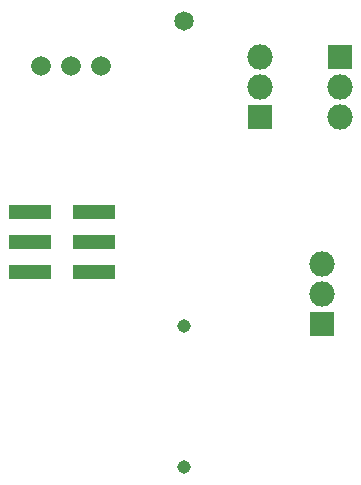
<source format=gbs>
G04 #@! TF.FileFunction,Soldermask,Bot*
%FSLAX46Y46*%
G04 Gerber Fmt 4.6, Leading zero omitted, Abs format (unit mm)*
G04 Created by KiCad (PCBNEW 4.0.7) date 12/08/17 11:15:19*
%MOMM*%
%LPD*%
G01*
G04 APERTURE LIST*
%ADD10C,0.100000*%
%ADD11C,1.140000*%
%ADD12R,3.590000X1.160000*%
%ADD13C,1.640000*%
%ADD14C,1.664000*%
%ADD15O,2.138980X2.138980*%
%ADD16R,2.138980X2.138980*%
G04 APERTURE END LIST*
D10*
D11*
X20600000Y12700000D03*
D12*
X7569000Y17323000D03*
X13019000Y17323000D03*
X7569000Y19863000D03*
X13019000Y19863000D03*
X7569000Y22403000D03*
X13019000Y22403000D03*
D13*
X20600000Y38500000D03*
D11*
X20600000Y800000D03*
D14*
X8550000Y34750000D03*
X11090000Y34750000D03*
X13630000Y34750000D03*
D15*
X32350000Y17950000D03*
D16*
X32350000Y12870000D03*
D15*
X32350000Y15410000D03*
X33800000Y30410000D03*
D16*
X33800000Y35490000D03*
D15*
X33800000Y32950000D03*
X27050000Y35490000D03*
D16*
X27050000Y30410000D03*
D15*
X27050000Y32950000D03*
M02*

</source>
